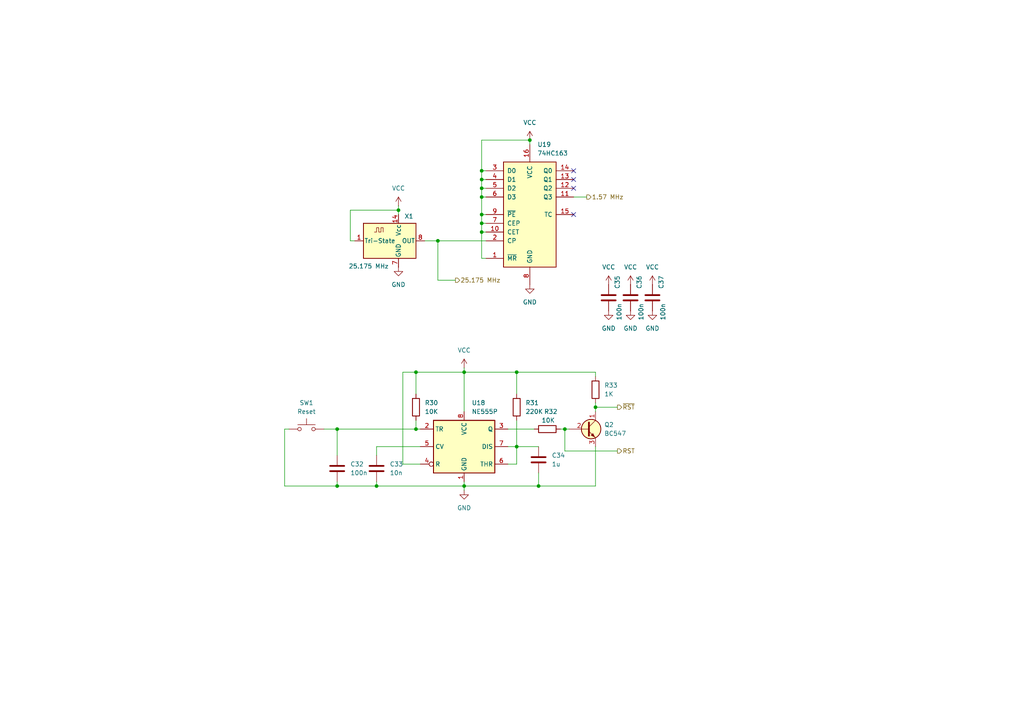
<source format=kicad_sch>
(kicad_sch (version 20231120) (generator "eeschema") (generator_version "8.0")
  (paper "A4")
  (lib_symbols
    (symbol "74xx:74LS163" (pin_names (offset 1.016))
      (property "Reference" "U" (at -7.62 16.51 0))
      (property "Value" "74LS163" (at -7.62 -16.51 0))
      (symbol "74LS163_1_0"
        (pin input line (at -12.7 -12.7 0) (length 5.08) (name "~{MR}") (number "1"))
        (pin input line (at -12.7 -5.08 0) (length 5.08) (name "CET") (number "10"))
        (pin output line (at 12.7 5.08 180) (length 5.08) (name "Q3") (number "11"))
        (pin output line (at 12.7 7.62 180) (length 5.08) (name "Q2") (number "12"))
        (pin output line (at 12.7 10.16 180) (length 5.08) (name "Q1") (number "13"))
        (pin output line (at 12.7 12.7 180) (length 5.08) (name "Q0") (number "14"))
        (pin output line (at 12.7 0 180) (length 5.08) (name "TC") (number "15"))
        (pin power_in line (at 0 20.32 270) (length 5.08) (name "VCC") (number "16"))
        (pin input line (at -12.7 -7.62 0) (length 5.08) (name "CP") (number "2"))
        (pin input line (at -12.7 12.7 0) (length 5.08) (name "D0") (number "3"))
        (pin input line (at -12.7 10.16 0) (length 5.08) (name "D1") (number "4"))
        (pin input line (at -12.7 7.62 0) (length 5.08) (name "D2") (number "5"))
        (pin input line (at -12.7 5.08 0) (length 5.08) (name "D3") (number "6"))
        (pin input line (at -12.7 -2.54 0) (length 5.08) (name "CEP") (number "7"))
        (pin power_in line (at 0 -20.32 90) (length 5.08) (name "GND") (number "8"))
        (pin input line (at -12.7 0 0) (length 5.08) (name "~{PE}") (number "9"))
      )
      (symbol "74LS163_1_1"
        (rectangle (start -7.62 15.24) (end 7.62 -15.24) (stroke (width 0.254)) (fill (type background)))
      )
    )
    (symbol "Device:C" (pin_numbers hide) (pin_names (offset 0.254))
      (property "Reference" "C" (at 0.635 2.54 0))
      (property "Value" "C" (at 0.635 -2.54 0))
      (symbol "C_0_1"
        (polyline (pts (xy -2.032 -0.762) (xy 2.032 -0.762)) (stroke (width 0.508)))
        (polyline (pts (xy -2.032 0.762) (xy 2.032 0.762)) (stroke (width 0.508)))
      )
      (symbol "C_1_1"
        (pin passive line (at 0 3.81 270) (length 2.794) (name "~") (number "1"))
        (pin passive line (at 0 -3.81 90) (length 2.794) (name "~") (number "2"))
      )
    )
    (symbol "Device:R" (pin_numbers hide) (pin_names (offset 0))
      (property "Reference" "R" (at 2.032 0 90))
      (property "Value" "R" (at 0 0 90))
      (symbol "R_0_1"
        (rectangle (start -1.016 -2.54) (end 1.016 2.54) (stroke (width 0.254)))
      )
      (symbol "R_1_1"
        (pin passive line (at 0 3.81 270) (length 1.27) (name "~") (number "1"))
        (pin passive line (at 0 -3.81 90) (length 1.27) (name "~") (number "2"))
      )
    )
    (symbol "Oscillator:ACO-xxxMHz-A" (pin_names (offset 0.254))
      (property "Reference" "X" (at -5.08 6.35 0))
      (property "Value" "ACO-xxxMHz-A" (at 1.27 -6.35 0))
      (symbol "ACO-xxxMHz-A_0_1"
        (rectangle (start -10.16 5.08) (end 5.08 -5.08) (stroke (width 0.254)) (fill (type background)))
        (polyline (pts (xy -6.985 2.54) (xy -6.35 2.54) (xy -6.35 3.81) (xy -5.715 3.81) (xy -5.715 2.54) (xy -5.08 2.54) (xy -5.08 3.81) (xy -4.445 3.81) (xy -4.445 2.54)))
      )
      (symbol "ACO-xxxMHz-A_1_1"
        (pin input line (at -12.7 0 0) (length 2.54) (name "Tri-State") (number "1"))
        (pin power_in line (at 0 7.62 270) (length 2.54) (name "Vcc") (number "14"))
        (pin power_in line (at 0 -7.62 90) (length 2.54) (name "GND") (number "7"))
        (pin output line (at 7.62 0 180) (length 2.54) (name "OUT") (number "8"))
      )
    )
    (symbol "PCM_Transistor_BJT_AKL:BC547" (pin_names hide)
      (property "Reference" "Q" (at 5.08 1.27 0))
      (property "Value" "BC547" (at 5.08 -1.27 0))
      (symbol "BC547_0_1"
        (polyline (pts (xy 0.635 0.635) (xy 2.54 2.54)))
        (polyline (pts (xy 0.635 -0.635) (xy 2.54 -2.54) (xy 2.54 -2.54)))
        (polyline (pts (xy 0.635 1.905) (xy 0.635 -1.905) (xy 0.635 -1.905)) (stroke (width 0.508)))
        (polyline (pts (xy 1.27 -1.778) (xy 1.778 -1.27) (xy 2.286 -2.286) (xy 1.27 -1.778) (xy 1.27 -1.778)) (fill (type outline)))
        (circle (center 1.27 0) (radius 2.8194) (stroke (width 0.254)) (fill (type background)))
      )
      (symbol "BC547_1_1"
        (pin passive line (at 2.54 5.08 270) (length 2.54) (name "C") (number "1"))
        (pin input line (at -5.08 0 0) (length 5.715) (name "B") (number "2"))
        (pin passive line (at 2.54 -5.08 90) (length 2.54) (name "E") (number "3"))
      )
    )
    (symbol "Switch:SW_Omron_B3FS" (pin_numbers hide) (pin_names (offset 1.016) hide)
      (property "Reference" "SW" (at 1.27 2.54 0))
      (property "Value" "SW_Omron_B3FS" (at 0 -1.524 0))
      (symbol "SW_Omron_B3FS_0_1"
        (circle (center -2.032 0) (radius 0.508))
        (polyline (pts (xy 0 1.27) (xy 0 3.048)))
        (polyline (pts (xy 2.54 1.27) (xy -2.54 1.27)))
        (circle (center 2.032 0) (radius 0.508))
        (pin passive line (at -5.08 0 0) (length 2.54) (name "1") (number "1"))
        (pin passive line (at 5.08 0 180) (length 2.54) (name "2") (number "2"))
      )
    )
    (symbol "Timer:NE555P"
      (property "Reference" "U" (at -10.16 8.89 0))
      (property "Value" "NE555P" (at 2.54 8.89 0))
      (symbol "NE555P_0_0"
        (pin power_in line (at 0 -10.16 90) (length 2.54) (name "GND") (number "1"))
        (pin power_in line (at 0 10.16 270) (length 2.54) (name "VCC") (number "8"))
      )
      (symbol "NE555P_0_1"
        (rectangle (start -8.89 -7.62) (end 8.89 7.62) (stroke (width 0.254)) (fill (type background)))
        (rectangle (start -8.89 -7.62) (end 8.89 7.62) (stroke (width 0.254)) (fill (type background)))
      )
      (symbol "NE555P_1_1"
        (pin input line (at -12.7 5.08 0) (length 3.81) (name "TR") (number "2"))
        (pin output line (at 12.7 5.08 180) (length 3.81) (name "Q") (number "3"))
        (pin input inverted (at -12.7 -5.08 0) (length 3.81) (name "R") (number "4"))
        (pin input line (at -12.7 0 0) (length 3.81) (name "CV") (number "5"))
        (pin input line (at 12.7 -5.08 180) (length 3.81) (name "THR") (number "6"))
        (pin input line (at 12.7 0 180) (length 3.81) (name "DIS") (number "7"))
      )
    )
    (symbol "power:GND" (power) (pin_numbers hide) (pin_names (offset 0) hide)
      (property "Value" "GND" (at 0 -3.81 0))
      (symbol "GND_0_1"
        (polyline (pts (xy 0 0) (xy 0 -1.27) (xy 1.27 -1.27) (xy 0 -2.54) (xy -1.27 -1.27) (xy 0 -1.27)))
      )
      (symbol "GND_1_1"
        (pin power_in line (at 0 0 270) (length 0) (name "~") (number "1"))
      )
    )
    (symbol "power:VCC" (power) (pin_numbers hide) (pin_names (offset 0) hide)
      (property "Value" "VCC" (at 0 3.556 0))
      (symbol "VCC_0_1"
        (polyline (pts (xy -0.762 1.27) (xy 0 2.54)))
        (polyline (pts (xy 0 0) (xy 0 2.54)))
        (polyline (pts (xy 0 2.54) (xy 0.762 1.27)))
      )
      (symbol "VCC_1_1"
        (pin power_in line (at 0 0 90) (length 0) (name "~") (number "1"))
      )
    )
  )
  (junction (at 97.79 140.97))
  (junction (at 115.57 60.96))
  (junction (at 139.7 49.53))
  (junction (at 156.21 140.97))
  (junction (at 172.72 118.11))
  (junction (at 97.79 124.46))
  (junction (at 120.65 124.46))
  (junction (at 127 69.85))
  (junction (at 134.62 107.95))
  (junction (at 139.7 62.23))
  (junction (at 139.7 52.07))
  (junction (at 149.86 129.54))
  (junction (at 149.86 107.95))
  (junction (at 139.7 57.15))
  (junction (at 163.83 124.46))
  (junction (at 120.65 107.95))
  (junction (at 109.22 140.97))
  (junction (at 153.67 40.64))
  (junction (at 134.62 140.97))
  (junction (at 139.7 64.77))
  (junction (at 139.7 67.31))
  (junction (at 139.7 54.61))
  (no_connect (at 166.37 52.07))
  (no_connect (at 166.37 49.53))
  (no_connect (at 166.37 54.61))
  (no_connect (at 166.37 62.23))
  (wire (pts (xy 82.55 140.97) (xy 97.79 140.97)))
  (wire (pts (xy 139.7 40.64) (xy 139.7 49.53)))
  (wire (pts (xy 134.62 107.95) (xy 149.86 107.95)))
  (wire (pts (xy 139.7 49.53) (xy 139.7 52.07)))
  (wire (pts (xy 134.62 140.97) (xy 156.21 140.97)))
  (wire (pts (xy 116.84 134.62) (xy 121.92 134.62)))
  (wire (pts (xy 82.55 124.46) (xy 82.55 140.97)))
  (wire (pts (xy 134.62 140.97) (xy 109.22 140.97)))
  (wire (pts (xy 97.79 124.46) (xy 97.79 132.08)))
  (wire (pts (xy 163.83 124.46) (xy 163.83 130.81)))
  (wire (pts (xy 149.86 107.95) (xy 172.72 107.95)))
  (wire (pts (xy 170.18 57.15) (xy 166.37 57.15)))
  (wire (pts (xy 116.84 134.62) (xy 116.84 107.95)))
  (wire (pts (xy 120.65 107.95) (xy 120.65 114.3)))
  (wire (pts (xy 139.7 64.77) (xy 139.7 67.31)))
  (wire (pts (xy 139.7 64.77) (xy 140.97 64.77)))
  (wire (pts (xy 156.21 137.16) (xy 156.21 140.97)))
  (wire (pts (xy 147.32 129.54) (xy 149.86 129.54)))
  (wire (pts (xy 139.7 62.23) (xy 139.7 64.77)))
  (wire (pts (xy 115.57 60.96) (xy 101.6 60.96)))
  (wire (pts (xy 134.62 107.95) (xy 134.62 119.38)))
  (wire (pts (xy 163.83 130.81) (xy 179.07 130.81)))
  (wire (pts (xy 139.7 52.07) (xy 139.7 54.61)))
  (wire (pts (xy 101.6 69.85) (xy 102.87 69.85)))
  (wire (pts (xy 83.82 124.46) (xy 82.55 124.46)))
  (wire (pts (xy 162.56 124.46) (xy 163.83 124.46)))
  (wire (pts (xy 109.22 140.97) (xy 109.22 139.7)))
  (wire (pts (xy 127 69.85) (xy 140.97 69.85)))
  (wire (pts (xy 172.72 140.97) (xy 172.72 129.54)))
  (wire (pts (xy 97.79 140.97) (xy 97.79 139.7)))
  (wire (pts (xy 139.7 54.61) (xy 140.97 54.61)))
  (wire (pts (xy 139.7 57.15) (xy 139.7 62.23)))
  (wire (pts (xy 153.67 40.64) (xy 139.7 40.64)))
  (wire (pts (xy 163.83 124.46) (xy 165.1 124.46)))
  (wire (pts (xy 121.92 124.46) (xy 120.65 124.46)))
  (wire (pts (xy 115.57 59.69) (xy 115.57 60.96)))
  (wire (pts (xy 172.72 118.11) (xy 172.72 119.38)))
  (wire (pts (xy 120.65 124.46) (xy 120.65 121.92)))
  (wire (pts (xy 140.97 49.53) (xy 139.7 49.53)))
  (wire (pts (xy 149.86 107.95) (xy 149.86 114.3)))
  (wire (pts (xy 109.22 129.54) (xy 109.22 132.08)))
  (wire (pts (xy 134.62 106.68) (xy 134.62 107.95)))
  (wire (pts (xy 172.72 107.95) (xy 172.72 109.22)))
  (wire (pts (xy 156.21 140.97) (xy 172.72 140.97)))
  (wire (pts (xy 123.19 69.85) (xy 127 69.85)))
  (wire (pts (xy 116.84 107.95) (xy 120.65 107.95)))
  (wire (pts (xy 120.65 124.46) (xy 97.79 124.46)))
  (wire (pts (xy 134.62 140.97) (xy 134.62 139.7)))
  (wire (pts (xy 149.86 129.54) (xy 149.86 121.92)))
  (wire (pts (xy 109.22 140.97) (xy 97.79 140.97)))
  (wire (pts (xy 115.57 60.96) (xy 115.57 62.23)))
  (wire (pts (xy 139.7 67.31) (xy 139.7 74.93)))
  (wire (pts (xy 132.08 81.28) (xy 127 81.28)))
  (wire (pts (xy 153.67 41.91) (xy 153.67 40.64)))
  (wire (pts (xy 172.72 118.11) (xy 179.07 118.11)))
  (wire (pts (xy 101.6 60.96) (xy 101.6 69.85)))
  (wire (pts (xy 120.65 107.95) (xy 134.62 107.95)))
  (wire (pts (xy 139.7 52.07) (xy 140.97 52.07)))
  (wire (pts (xy 139.7 74.93) (xy 140.97 74.93)))
  (wire (pts (xy 149.86 129.54) (xy 156.21 129.54)))
  (wire (pts (xy 139.7 57.15) (xy 140.97 57.15)))
  (wire (pts (xy 93.98 124.46) (xy 97.79 124.46)))
  (wire (pts (xy 139.7 54.61) (xy 139.7 57.15)))
  (wire (pts (xy 127 81.28) (xy 127 69.85)))
  (wire (pts (xy 139.7 67.31) (xy 140.97 67.31)))
  (wire (pts (xy 147.32 134.62) (xy 149.86 134.62)))
  (wire (pts (xy 172.72 116.84) (xy 172.72 118.11)))
  (wire (pts (xy 139.7 62.23) (xy 140.97 62.23)))
  (wire (pts (xy 134.62 142.24) (xy 134.62 140.97)))
  (wire (pts (xy 147.32 124.46) (xy 154.94 124.46)))
  (wire (pts (xy 121.92 129.54) (xy 109.22 129.54)))
  (wire (pts (xy 149.86 134.62) (xy 149.86 129.54)))
  (hierarchical_label "25.175 MHz" (shape output) (at 132.08 81.28 0))
  (hierarchical_label "~{RST}" (shape output) (at 179.07 118.11 0))
  (hierarchical_label "RST" (shape output) (at 179.07 130.81 0))
  (hierarchical_label "1.57 MHz" (shape output) (at 170.18 57.15 0))
  (symbol (lib_id "power:VCC") (at 176.53 82.55 0) (unit 1)
    (property "Reference" "#PWR0109" (effects (hide yes)))
    (property "Value" "VCC" (at 176.53 77.47 0))
    (property "Description" "Power symbol creates a global label with name \"VCC\"" (effects (hide yes)))
  )
  (symbol (lib_id "Device:R") (at 149.86 118.11 0) (unit 1)
    (property "Reference" "R31" (at 152.4 116.8399 0) (effects (justify left)))
    (property "Value" "220K" (at 152.4 119.3799 0) (effects (justify left)))
    (property "Footprint" "Resistor_THT:R_Axial_DIN0207_L6.3mm_D2.5mm_P7.62mm_Horizontal" (effects (hide yes)))
    (property "Description" "Resistor" (effects (hide yes)))
  )
  (symbol (lib_id "power:GND") (at 182.88 90.17 0) (unit 1)
    (property "Reference" "#PWR0112" (effects (hide yes)))
    (property "Value" "GND" (at 182.88 95.25 0))
    (property "Description" "Power symbol creates a global label with name \"GND\" , ground" (effects (hide yes)))
  )
  (symbol (lib_id "power:VCC") (at 134.62 106.68 0) (unit 1)
    (property "Reference" "#PWR0105" (effects (hide yes)))
    (property "Value" "VCC" (at 134.62 101.6 0))
    (property "Description" "Power symbol creates a global label with name \"VCC\"" (effects (hide yes)))
  )
  (symbol (lib_id "power:VCC") (at 115.57 59.69 0) (unit 1)
    (property "Reference" "#PWR016" (effects (hide yes)))
    (property "Value" "VCC" (at 115.57 54.61 0))
    (property "Description" "Power symbol creates a global label with name \"VCC\"" (effects (hide yes)))
  )
  (symbol (lib_id "Timer:NE555P") (at 134.62 129.54 0) (unit 1)
    (property "Reference" "U18" (at 136.8141 116.84 0) (effects (justify left)))
    (property "Value" "NE555P" (at 136.8141 119.38 0) (effects (justify left)))
    (property "Footprint" "Package_DIP:DIP-8_W7.62mm" (effects (hide yes)))
    (property "Datasheet" "http://www.ti.com/lit/ds/symlink/ne555.pdf" (effects (hide yes)))
    (property "Description" "Precision Timers, 555 compatible,  PDIP-8" (effects (hide yes)))
  )
  (symbol (lib_id "Device:C") (at 97.79 135.89 0) (unit 1)
    (property "Reference" "C32" (at 101.6 134.6199 0) (effects (justify left)))
    (property "Value" "100n" (at 101.6 137.1599 0) (effects (justify left)))
    (property "Footprint" "Capacitor_THT:C_Disc_D5.0mm_W2.5mm_P2.50mm" (effects (hide yes)))
    (property "Description" "Unpolarized capacitor" (effects (hide yes)))
  )
  (symbol (lib_id "Device:C") (at 182.88 86.36 0) (unit 1)
    (property "Reference" "C36" (at 185.42 83.82 90) (effects (justify left)))
    (property "Value" "100n" (at 185.928 92.964 90) (effects (justify left)))
    (property "Footprint" "Capacitor_THT:C_Disc_D5.0mm_W2.5mm_P2.50mm" (effects (hide yes)))
    (property "Description" "Unpolarized capacitor" (effects (hide yes)))
  )
  (symbol (lib_id "power:GND") (at 153.67 82.55 0) (unit 1)
    (property "Reference" "#PWR0108" (effects (hide yes)))
    (property "Value" "GND" (at 153.67 87.63 0))
    (property "Description" "Power symbol creates a global label with name \"GND\" , ground" (effects (hide yes)))
  )
  (symbol (lib_id "Device:C") (at 156.21 133.35 0) (unit 1)
    (property "Reference" "C34" (at 160.02 132.0799 0) (effects (justify left)))
    (property "Value" "1u" (at 160.02 134.6199 0) (effects (justify left)))
    (property "Footprint" "Capacitor_THT:C_Disc_D5.0mm_W2.5mm_P2.50mm" (effects (hide yes)))
    (property "Description" "Unpolarized capacitor" (effects (hide yes)))
  )
  (symbol (lib_id "Switch:SW_Omron_B3FS") (at 88.9 124.46 0) (unit 1)
    (property "Reference" "SW1" (at 88.9 116.84 0))
    (property "Value" "Reset" (at 88.9 119.38 0))
    (property "Footprint" "Button_Switch_THT:SW_TH_Tactile_Omron_B3F-10xx" (effects (hide yes)))
    (property "Datasheet" "https://omronfs.omron.com/en_US/ecb/products/pdf/en-b3fs.pdf" (effects (hide yes)))
    (property "Description" "Omron B3FS 6x6mm single pole normally-open tactile switch" (effects (hide yes)))
  )
  (symbol (lib_id "Oscillator:ACO-xxxMHz-A") (at 115.57 69.85 0) (unit 1)
    (property "Reference" "X1" (at 118.618 62.738 0))
    (property "Value" "25.175 MHz" (at 106.934 77.216 0))
    (property "Footprint" "Oscillator:Oscillator_DIP-14" (effects (hide yes)))
    (property "Datasheet" "http://www.conwin.com/datasheets/cx/cx030.pdf" (effects (hide yes)))
    (property "Description" "HCMOS Crystal Clock Oscillator, DIP14-style metal package" (effects (hide yes)))
  )
  (symbol (lib_id "Device:C") (at 189.23 86.36 0) (unit 1)
    (property "Reference" "C37" (at 191.77 83.82 90) (effects (justify left)))
    (property "Value" "100n" (at 192.278 92.964 90) (effects (justify left)))
    (property "Footprint" "Capacitor_THT:C_Disc_D5.0mm_W2.5mm_P2.50mm" (effects (hide yes)))
    (property "Description" "Unpolarized capacitor" (effects (hide yes)))
  )
  (symbol (lib_id "PCM_Transistor_BJT_AKL:BC547") (at 170.18 124.46 0) (unit 1)
    (property "Reference" "Q2" (at 175.26 123.1899 0) (effects (justify left)))
    (property "Value" "BC547" (at 175.26 125.7299 0) (effects (justify left)))
    (property "Footprint" "Package_TO_SOT_THT:TO-92" (effects (hide yes)))
    (property "Datasheet" "https://www.tme.eu/Document/6c5d898a533a0762c2bc33eb26c283a8/BC546-550-DTE.pdf" (effects (hide yes)))
    (property "Description" "NPN TO-92 transistor, 45V, 100mA, 500mW, Complementary to BC557, Alternate KiCAD Library" (effects (hide yes)))
  )
  (symbol (lib_id "Device:C") (at 176.53 86.36 0) (unit 1)
    (property "Reference" "C35" (at 179.07 83.82 90) (effects (justify left)))
    (property "Value" "100n" (at 179.578 92.964 90) (effects (justify left)))
    (property "Footprint" "Capacitor_THT:C_Disc_D5.0mm_W2.5mm_P2.50mm" (effects (hide yes)))
    (property "Description" "Unpolarized capacitor" (effects (hide yes)))
  )
  (symbol (lib_id "power:GND") (at 115.57 77.47 0) (unit 1)
    (property "Reference" "#PWR017" (effects (hide yes)))
    (property "Value" "GND" (at 115.57 82.55 0))
    (property "Description" "Power symbol creates a global label with name \"GND\" , ground" (effects (hide yes)))
  )
  (symbol (lib_id "power:VCC") (at 182.88 82.55 0) (unit 1)
    (property "Reference" "#PWR0111" (effects (hide yes)))
    (property "Value" "VCC" (at 182.88 77.47 0))
    (property "Description" "Power symbol creates a global label with name \"VCC\"" (effects (hide yes)))
  )
  (symbol (lib_id "74xx:74LS163") (at 153.67 62.23 0) (unit 1)
    (property "Reference" "U19" (at 155.8641 41.91 0) (effects (justify left)))
    (property "Value" "74HC163" (at 155.8641 44.45 0) (effects (justify left)))
    (property "Footprint" "Package_DIP:DIP-16_W7.62mm" (effects (hide yes)))
    (property "Datasheet" "http://www.ti.com/lit/gpn/sn74LS163" (effects (hide yes)))
    (property "Description" "Synchronous 4-bit programmable binary Counter" (effects (hide yes)))
  )
  (symbol (lib_id "power:GND") (at 134.62 142.24 0) (unit 1)
    (property "Reference" "#PWR0106" (effects (hide yes)))
    (property "Value" "GND" (at 134.62 147.32 0))
    (property "Description" "Power symbol creates a global label with name \"GND\" , ground" (effects (hide yes)))
  )
  (symbol (lib_id "power:GND") (at 176.53 90.17 0) (unit 1)
    (property "Reference" "#PWR0110" (effects (hide yes)))
    (property "Value" "GND" (at 176.53 95.25 0))
    (property "Description" "Power symbol creates a global label with name \"GND\" , ground" (effects (hide yes)))
  )
  (symbol (lib_id "power:VCC") (at 153.67 40.64 0) (unit 1)
    (property "Reference" "#PWR0107" (effects (hide yes)))
    (property "Value" "VCC" (at 153.67 35.56 0))
    (property "Description" "Power symbol creates a global label with name \"VCC\"" (effects (hide yes)))
  )
  (symbol (lib_id "Device:R") (at 120.65 118.11 0) (unit 1)
    (property "Reference" "R30" (at 123.19 116.8399 0) (effects (justify left)))
    (property "Value" "10K" (at 123.19 119.3799 0) (effects (justify left)))
    (property "Footprint" "Resistor_THT:R_Axial_DIN0207_L6.3mm_D2.5mm_P7.62mm_Horizontal" (effects (hide yes)))
    (property "Description" "Resistor" (effects (hide yes)))
  )
  (symbol (lib_id "power:GND") (at 189.23 90.17 0) (unit 1)
    (property "Reference" "#PWR0114" (effects (hide yes)))
    (property "Value" "GND" (at 189.23 95.25 0))
    (property "Description" "Power symbol creates a global label with name \"GND\" , ground" (effects (hide yes)))
  )
  (symbol (lib_id "power:VCC") (at 189.23 82.55 0) (unit 1)
    (property "Reference" "#PWR0113" (effects (hide yes)))
    (property "Value" "VCC" (at 189.23 77.47 0))
    (property "Description" "Power symbol creates a global label with name \"VCC\"" (effects (hide yes)))
  )
  (symbol (lib_id "Device:R") (at 172.72 113.03 180) (unit 1)
    (property "Reference" "R33" (at 175.26 111.7599 0) (effects (justify right)))
    (property "Value" "1K" (at 175.26 114.2999 0) (effects (justify right)))
    (property "Footprint" "Resistor_THT:R_Axial_DIN0207_L6.3mm_D2.5mm_P7.62mm_Horizontal" (effects (hide yes)))
    (property "Description" "Resistor" (effects (hide yes)))
  )
  (symbol (lib_id "Device:R") (at 158.75 124.46 90) (unit 1)
    (property "Reference" "R32" (at 159.766 119.38 90))
    (property "Value" "10K" (at 159.004 121.92 90))
    (property "Footprint" "Resistor_THT:R_Axial_DIN0207_L6.3mm_D2.5mm_P7.62mm_Horizontal" (effects (hide yes)))
    (property "Description" "Resistor" (effects (hide yes)))
  )
  (symbol (lib_id "Device:C") (at 109.22 135.89 0) (unit 1)
    (property "Reference" "C33" (at 113.03 134.6199 0) (effects (justify left)))
    (property "Value" "10n" (at 113.03 137.1599 0) (effects (justify left)))
    (property "Footprint" "Capacitor_THT:C_Disc_D5.0mm_W2.5mm_P2.50mm" (effects (hide yes)))
    (property "Description" "Unpolarized capacitor" (effects (hide yes)))
  )
)
</source>
